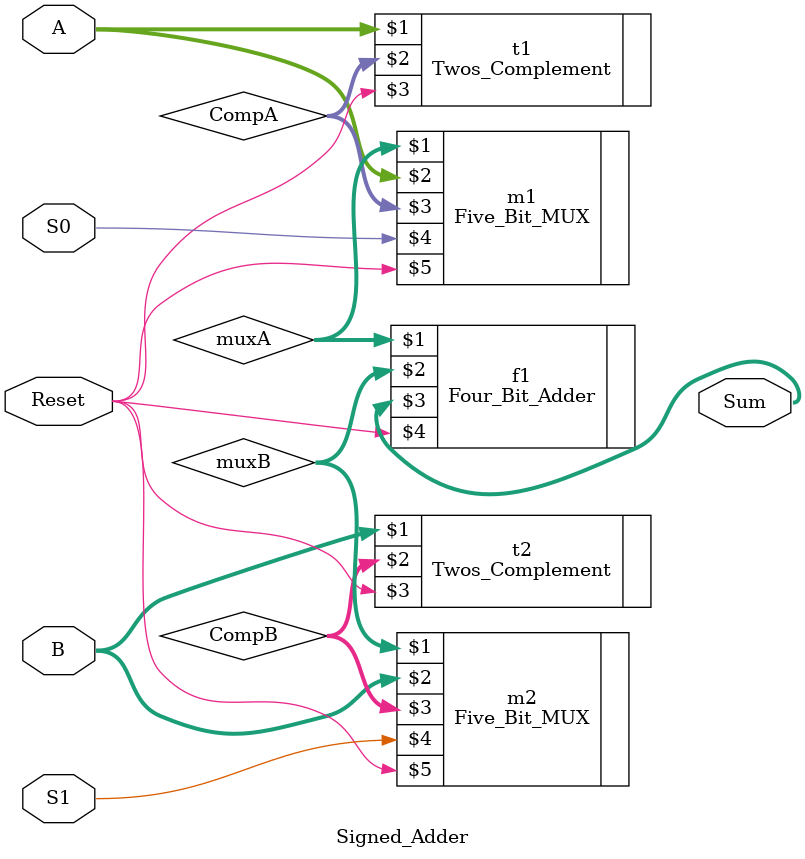
<source format=v>

module Signed_Adder(A,B,Sum,S0,S1,Reset);
	input [3:0] A,B;
	input Reset,S0,S1;
	output [5:0] Sum;
	wire [5:0] CompA,CompB,muxA,muxB;
	Twos_Complement t1(A,CompA,Reset);
	Twos_Complement t2(B,CompB,Reset);
	Five_Bit_MUX m1(muxA,A,CompA,S0,Reset);
	Five_Bit_MUX m2(muxB,B,CompB,S1,Reset);
	Four_Bit_Adder f1(muxA,muxB,Sum,Reset);
endmodule

//Due to after modification, the file name was unable to
//change, hence here Four_Bit_Adder is actually of 6 bits
</source>
